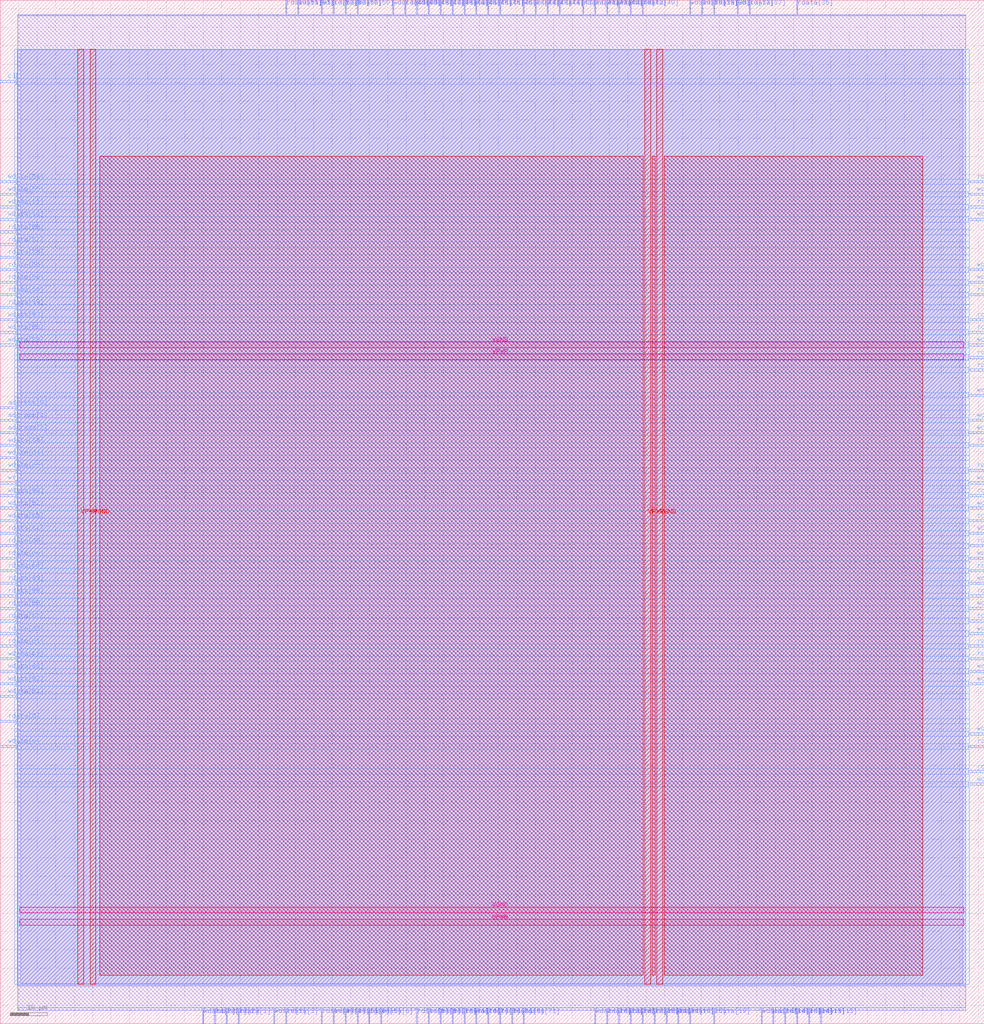
<source format=lef>
VERSION 5.7 ;
  NOWIREEXTENSIONATPIN ON ;
  DIVIDERCHAR "/" ;
  BUSBITCHARS "[]" ;
MACRO dff_ram_8x72
  CLASS BLOCK ;
  FOREIGN dff_ram_8x72 ;
  ORIGIN 0.000 0.000 ;
  SIZE 266.645 BY 277.365 ;
  PIN VGND
    DIRECTION INOUT ;
    USE GROUND ;
    PORT
      LAYER met4 ;
        RECT 24.340 10.640 25.940 264.080 ;
    END
    PORT
      LAYER met4 ;
        RECT 177.940 10.640 179.540 264.080 ;
    END
    PORT
      LAYER met5 ;
        RECT 5.280 30.030 261.060 31.630 ;
    END
    PORT
      LAYER met5 ;
        RECT 5.280 183.210 261.060 184.810 ;
    END
  END VGND
  PIN VPWR
    DIRECTION INOUT ;
    USE POWER ;
    PORT
      LAYER met4 ;
        RECT 21.040 10.640 22.640 264.080 ;
    END
    PORT
      LAYER met4 ;
        RECT 174.640 10.640 176.240 264.080 ;
    END
    PORT
      LAYER met5 ;
        RECT 5.280 26.730 261.060 28.330 ;
    END
    PORT
      LAYER met5 ;
        RECT 5.280 179.910 261.060 181.510 ;
    END
  END VPWR
  PIN address[0]
    DIRECTION INPUT ;
    USE SIGNAL ;
    ANTENNAGATEAREA 0.213000 ;
    PORT
      LAYER met3 ;
        RECT 0.000 166.640 4.000 167.240 ;
    END
  END address[0]
  PIN address[1]
    DIRECTION INPUT ;
    USE SIGNAL ;
    ANTENNAGATEAREA 0.159000 ;
    PORT
      LAYER met3 ;
        RECT 0.000 163.240 4.000 163.840 ;
    END
  END address[1]
  PIN address[2]
    DIRECTION INPUT ;
    USE SIGNAL ;
    ANTENNAGATEAREA 0.126000 ;
    PORT
      LAYER met3 ;
        RECT 0.000 159.840 4.000 160.440 ;
    END
  END address[2]
  PIN clk
    DIRECTION INPUT ;
    USE SIGNAL ;
    ANTENNAGATEAREA 0.852000 ;
    PORT
      LAYER met3 ;
        RECT 0.000 255.040 4.000 255.640 ;
    END
  END clk
  PIN rdata[0]
    DIRECTION OUTPUT TRISTATE ;
    USE SIGNAL ;
    ANTENNADIFFAREA 0.795200 ;
    PORT
      LAYER met3 ;
        RECT 0.000 81.640 4.000 82.240 ;
    END
  END rdata[0]
  PIN rdata[10]
    DIRECTION OUTPUT TRISTATE ;
    USE SIGNAL ;
    ANTENNADIFFAREA 0.795200 ;
    PORT
      LAYER met2 ;
        RECT 167.530 0.000 167.810 4.000 ;
    END
  END rdata[10]
  PIN rdata[11]
    DIRECTION OUTPUT TRISTATE ;
    USE SIGNAL ;
    ANTENNADIFFAREA 0.795200 ;
    PORT
      LAYER met2 ;
        RECT 177.190 0.000 177.470 4.000 ;
    END
  END rdata[11]
  PIN rdata[12]
    DIRECTION OUTPUT TRISTATE ;
    USE SIGNAL ;
    ANTENNADIFFAREA 0.795200 ;
    PORT
      LAYER met2 ;
        RECT 170.750 0.000 171.030 4.000 ;
    END
  END rdata[12]
  PIN rdata[13]
    DIRECTION OUTPUT TRISTATE ;
    USE SIGNAL ;
    ANTENNADIFFAREA 0.795200 ;
    PORT
      LAYER met2 ;
        RECT 219.050 0.000 219.330 4.000 ;
    END
  END rdata[13]
  PIN rdata[14]
    DIRECTION OUTPUT TRISTATE ;
    USE SIGNAL ;
    ANTENNADIFFAREA 0.795200 ;
    PORT
      LAYER met2 ;
        RECT 215.830 0.000 216.110 4.000 ;
    END
  END rdata[14]
  PIN rdata[15]
    DIRECTION OUTPUT TRISTATE ;
    USE SIGNAL ;
    ANTENNADIFFAREA 0.795200 ;
    PORT
      LAYER met2 ;
        RECT 173.970 0.000 174.250 4.000 ;
    END
  END rdata[15]
  PIN rdata[16]
    DIRECTION OUTPUT TRISTATE ;
    USE SIGNAL ;
    ANTENNADIFFAREA 0.795200 ;
    PORT
      LAYER met2 ;
        RECT 212.610 0.000 212.890 4.000 ;
    END
  END rdata[16]
  PIN rdata[17]
    DIRECTION OUTPUT TRISTATE ;
    USE SIGNAL ;
    ANTENNADIFFAREA 0.795200 ;
    PORT
      LAYER met3 ;
        RECT 262.645 74.840 266.645 75.440 ;
    END
  END rdata[17]
  PIN rdata[18]
    DIRECTION OUTPUT TRISTATE ;
    USE SIGNAL ;
    ANTENNADIFFAREA 0.795200 ;
    PORT
      LAYER met3 ;
        RECT 262.645 68.040 266.645 68.640 ;
    END
  END rdata[18]
  PIN rdata[19]
    DIRECTION OUTPUT TRISTATE ;
    USE SIGNAL ;
    ANTENNADIFFAREA 0.795200 ;
    PORT
      LAYER met2 ;
        RECT 193.290 0.000 193.570 4.000 ;
    END
  END rdata[19]
  PIN rdata[1]
    DIRECTION OUTPUT TRISTATE ;
    USE SIGNAL ;
    ANTENNADIFFAREA 0.795200 ;
    PORT
      LAYER met2 ;
        RECT 64.490 0.000 64.770 4.000 ;
    END
  END rdata[1]
  PIN rdata[20]
    DIRECTION OUTPUT TRISTATE ;
    USE SIGNAL ;
    ANTENNADIFFAREA 0.795200 ;
    PORT
      LAYER met3 ;
        RECT 262.645 102.040 266.645 102.640 ;
    END
  END rdata[20]
  PIN rdata[21]
    DIRECTION OUTPUT TRISTATE ;
    USE SIGNAL ;
    ANTENNADIFFAREA 0.445500 ;
    PORT
      LAYER met3 ;
        RECT 262.645 98.640 266.645 99.240 ;
    END
  END rdata[21]
  PIN rdata[22]
    DIRECTION OUTPUT TRISTATE ;
    USE SIGNAL ;
    ANTENNADIFFAREA 0.445500 ;
    PORT
      LAYER met3 ;
        RECT 262.645 108.840 266.645 109.440 ;
    END
  END rdata[22]
  PIN rdata[23]
    DIRECTION OUTPUT TRISTATE ;
    USE SIGNAL ;
    ANTENNADIFFAREA 0.445500 ;
    PORT
      LAYER met3 ;
        RECT 262.645 122.440 266.645 123.040 ;
    END
  END rdata[23]
  PIN rdata[24]
    DIRECTION OUTPUT TRISTATE ;
    USE SIGNAL ;
    ANTENNADIFFAREA 0.795200 ;
    PORT
      LAYER met3 ;
        RECT 262.645 115.640 266.645 116.240 ;
    END
  END rdata[24]
  PIN rdata[25]
    DIRECTION OUTPUT TRISTATE ;
    USE SIGNAL ;
    ANTENNADIFFAREA 0.795200 ;
    PORT
      LAYER met3 ;
        RECT 262.645 129.240 266.645 129.840 ;
    END
  END rdata[25]
  PIN rdata[26]
    DIRECTION OUTPUT TRISTATE ;
    USE SIGNAL ;
    ANTENNADIFFAREA 0.445500 ;
    PORT
      LAYER met3 ;
        RECT 262.645 136.040 266.645 136.640 ;
    END
  END rdata[26]
  PIN rdata[27]
    DIRECTION OUTPUT TRISTATE ;
    USE SIGNAL ;
    ANTENNADIFFAREA 0.795200 ;
    PORT
      LAYER met3 ;
        RECT 262.645 142.840 266.645 143.440 ;
    END
  END rdata[27]
  PIN rdata[28]
    DIRECTION OUTPUT TRISTATE ;
    USE SIGNAL ;
    ANTENNADIFFAREA 0.445500 ;
    PORT
      LAYER met3 ;
        RECT 262.645 149.640 266.645 150.240 ;
    END
  END rdata[28]
  PIN rdata[29]
    DIRECTION OUTPUT TRISTATE ;
    USE SIGNAL ;
    ANTENNADIFFAREA 0.445500 ;
    PORT
      LAYER met3 ;
        RECT 262.645 156.440 266.645 157.040 ;
    END
  END rdata[29]
  PIN rdata[2]
    DIRECTION OUTPUT TRISTATE ;
    USE SIGNAL ;
    ANTENNADIFFAREA 0.795200 ;
    PORT
      LAYER met2 ;
        RECT 61.270 0.000 61.550 4.000 ;
    END
  END rdata[2]
  PIN rdata[30]
    DIRECTION OUTPUT TRISTATE ;
    USE SIGNAL ;
    ANTENNADIFFAREA 0.795200 ;
    PORT
      LAYER met3 ;
        RECT 262.645 180.240 266.645 180.840 ;
    END
  END rdata[30]
  PIN rdata[31]
    DIRECTION OUTPUT TRISTATE ;
    USE SIGNAL ;
    ANTENNADIFFAREA 0.795200 ;
    PORT
      LAYER met3 ;
        RECT 262.645 190.440 266.645 191.040 ;
    END
  END rdata[31]
  PIN rdata[32]
    DIRECTION OUTPUT TRISTATE ;
    USE SIGNAL ;
    ANTENNADIFFAREA 0.445500 ;
    PORT
      LAYER met3 ;
        RECT 262.645 176.840 266.645 177.440 ;
    END
  END rdata[32]
  PIN rdata[33]
    DIRECTION OUTPUT TRISTATE ;
    USE SIGNAL ;
    ANTENNADIFFAREA 0.445500 ;
    PORT
      LAYER met3 ;
        RECT 262.645 197.240 266.645 197.840 ;
    END
  END rdata[33]
  PIN rdata[34]
    DIRECTION OUTPUT TRISTATE ;
    USE SIGNAL ;
    ANTENNADIFFAREA 0.795200 ;
    PORT
      LAYER met3 ;
        RECT 262.645 221.040 266.645 221.640 ;
    END
  END rdata[34]
  PIN rdata[35]
    DIRECTION OUTPUT TRISTATE ;
    USE SIGNAL ;
    ANTENNADIFFAREA 0.795200 ;
    PORT
      LAYER met2 ;
        RECT 215.830 273.365 216.110 277.365 ;
    END
  END rdata[35]
  PIN rdata[36]
    DIRECTION OUTPUT TRISTATE ;
    USE SIGNAL ;
    ANTENNADIFFAREA 0.445500 ;
    PORT
      LAYER met3 ;
        RECT 262.645 227.840 266.645 228.440 ;
    END
  END rdata[36]
  PIN rdata[37]
    DIRECTION OUTPUT TRISTATE ;
    USE SIGNAL ;
    ANTENNADIFFAREA 0.795200 ;
    PORT
      LAYER met2 ;
        RECT 202.950 273.365 203.230 277.365 ;
    END
  END rdata[37]
  PIN rdata[38]
    DIRECTION OUTPUT TRISTATE ;
    USE SIGNAL ;
    ANTENNADIFFAREA 0.795200 ;
    PORT
      LAYER met2 ;
        RECT 193.290 273.365 193.570 277.365 ;
    END
  END rdata[38]
  PIN rdata[39]
    DIRECTION OUTPUT TRISTATE ;
    USE SIGNAL ;
    ANTENNADIFFAREA 0.445500 ;
    PORT
      LAYER met3 ;
        RECT 262.645 187.040 266.645 187.640 ;
    END
  END rdata[39]
  PIN rdata[3]
    DIRECTION OUTPUT TRISTATE ;
    USE SIGNAL ;
    ANTENNADIFFAREA 0.795200 ;
    PORT
      LAYER met2 ;
        RECT 77.370 0.000 77.650 4.000 ;
    END
  END rdata[3]
  PIN rdata[40]
    DIRECTION OUTPUT TRISTATE ;
    USE SIGNAL ;
    ANTENNADIFFAREA 0.795200 ;
    PORT
      LAYER met2 ;
        RECT 173.970 273.365 174.250 277.365 ;
    END
  END rdata[40]
  PIN rdata[41]
    DIRECTION OUTPUT TRISTATE ;
    USE SIGNAL ;
    ANTENNADIFFAREA 0.795200 ;
    PORT
      LAYER met2 ;
        RECT 157.870 273.365 158.150 277.365 ;
    END
  END rdata[41]
  PIN rdata[42]
    DIRECTION OUTPUT TRISTATE ;
    USE SIGNAL ;
    ANTENNADIFFAREA 0.795200 ;
    PORT
      LAYER met2 ;
        RECT 170.750 273.365 171.030 277.365 ;
    END
  END rdata[42]
  PIN rdata[43]
    DIRECTION OUTPUT TRISTATE ;
    USE SIGNAL ;
    ANTENNADIFFAREA 0.795200 ;
    PORT
      LAYER met2 ;
        RECT 151.430 273.365 151.710 277.365 ;
    END
  END rdata[43]
  PIN rdata[44]
    DIRECTION OUTPUT TRISTATE ;
    USE SIGNAL ;
    ANTENNADIFFAREA 0.795200 ;
    PORT
      LAYER met2 ;
        RECT 148.210 273.365 148.490 277.365 ;
    END
  END rdata[44]
  PIN rdata[45]
    DIRECTION OUTPUT TRISTATE ;
    USE SIGNAL ;
    ANTENNADIFFAREA 0.795200 ;
    PORT
      LAYER met2 ;
        RECT 128.890 273.365 129.170 277.365 ;
    END
  END rdata[45]
  PIN rdata[46]
    DIRECTION OUTPUT TRISTATE ;
    USE SIGNAL ;
    ANTENNADIFFAREA 0.795200 ;
    PORT
      LAYER met2 ;
        RECT 135.330 273.365 135.610 277.365 ;
    END
  END rdata[46]
  PIN rdata[47]
    DIRECTION OUTPUT TRISTATE ;
    USE SIGNAL ;
    ANTENNADIFFAREA 0.795200 ;
    PORT
      LAYER met2 ;
        RECT 122.450 273.365 122.730 277.365 ;
    END
  END rdata[47]
  PIN rdata[48]
    DIRECTION OUTPUT TRISTATE ;
    USE SIGNAL ;
    ANTENNADIFFAREA 0.795200 ;
    PORT
      LAYER met2 ;
        RECT 119.230 273.365 119.510 277.365 ;
    END
  END rdata[48]
  PIN rdata[49]
    DIRECTION OUTPUT TRISTATE ;
    USE SIGNAL ;
    ANTENNADIFFAREA 0.795200 ;
    PORT
      LAYER met2 ;
        RECT 109.570 273.365 109.850 277.365 ;
    END
  END rdata[49]
  PIN rdata[4]
    DIRECTION OUTPUT TRISTATE ;
    USE SIGNAL ;
    ANTENNADIFFAREA 0.795200 ;
    PORT
      LAYER met2 ;
        RECT 87.030 0.000 87.310 4.000 ;
    END
  END rdata[4]
  PIN rdata[50]
    DIRECTION OUTPUT TRISTATE ;
    USE SIGNAL ;
    ANTENNADIFFAREA 0.795200 ;
    PORT
      LAYER met2 ;
        RECT 93.470 273.365 93.750 277.365 ;
    END
  END rdata[50]
  PIN rdata[51]
    DIRECTION OUTPUT TRISTATE ;
    USE SIGNAL ;
    ANTENNADIFFAREA 0.795200 ;
    PORT
      LAYER met2 ;
        RECT 77.370 273.365 77.650 277.365 ;
    END
  END rdata[51]
  PIN rdata[52]
    DIRECTION OUTPUT TRISTATE ;
    USE SIGNAL ;
    ANTENNADIFFAREA 0.795200 ;
    PORT
      LAYER met2 ;
        RECT 90.250 273.365 90.530 277.365 ;
    END
  END rdata[52]
  PIN rdata[53]
    DIRECTION OUTPUT TRISTATE ;
    USE SIGNAL ;
    ANTENNADIFFAREA 0.795200 ;
    PORT
      LAYER met3 ;
        RECT 0.000 193.840 4.000 194.440 ;
    END
  END rdata[53]
  PIN rdata[54]
    DIRECTION OUTPUT TRISTATE ;
    USE SIGNAL ;
    ANTENNADIFFAREA 0.795200 ;
    PORT
      LAYER met3 ;
        RECT 0.000 197.240 4.000 197.840 ;
    END
  END rdata[54]
  PIN rdata[55]
    DIRECTION OUTPUT TRISTATE ;
    USE SIGNAL ;
    ANTENNADIFFAREA 0.795200 ;
    PORT
      LAYER met3 ;
        RECT 0.000 204.040 4.000 204.640 ;
    END
  END rdata[55]
  PIN rdata[56]
    DIRECTION OUTPUT TRISTATE ;
    USE SIGNAL ;
    ANTENNADIFFAREA 0.795200 ;
    PORT
      LAYER met3 ;
        RECT 0.000 214.240 4.000 214.840 ;
    END
  END rdata[56]
  PIN rdata[57]
    DIRECTION OUTPUT TRISTATE ;
    USE SIGNAL ;
    ANTENNADIFFAREA 0.795200 ;
    PORT
      LAYER met3 ;
        RECT 0.000 210.840 4.000 211.440 ;
    END
  END rdata[57]
  PIN rdata[58]
    DIRECTION OUTPUT TRISTATE ;
    USE SIGNAL ;
    ANTENNADIFFAREA 0.795200 ;
    PORT
      LAYER met3 ;
        RECT 0.000 207.440 4.000 208.040 ;
    END
  END rdata[58]
  PIN rdata[59]
    DIRECTION OUTPUT TRISTATE ;
    USE SIGNAL ;
    ANTENNADIFFAREA 0.795200 ;
    PORT
      LAYER met3 ;
        RECT 0.000 200.640 4.000 201.240 ;
    END
  END rdata[59]
  PIN rdata[5]
    DIRECTION OUTPUT TRISTATE ;
    USE SIGNAL ;
    ANTENNADIFFAREA 0.795200 ;
    PORT
      LAYER met2 ;
        RECT 99.910 0.000 100.190 4.000 ;
    END
  END rdata[5]
  PIN rdata[60]
    DIRECTION OUTPUT TRISTATE ;
    USE SIGNAL ;
    ANTENNADIFFAREA 0.795200 ;
    PORT
      LAYER met3 ;
        RECT 0.000 125.840 4.000 126.440 ;
    END
  END rdata[60]
  PIN rdata[61]
    DIRECTION OUTPUT TRISTATE ;
    USE SIGNAL ;
    ANTENNADIFFAREA 0.795200 ;
    PORT
      LAYER met3 ;
        RECT 0.000 102.040 4.000 102.640 ;
    END
  END rdata[61]
  PIN rdata[62]
    DIRECTION OUTPUT TRISTATE ;
    USE SIGNAL ;
    ANTENNADIFFAREA 0.795200 ;
    PORT
      LAYER met3 ;
        RECT 0.000 108.840 4.000 109.440 ;
    END
  END rdata[62]
  PIN rdata[63]
    DIRECTION OUTPUT TRISTATE ;
    USE SIGNAL ;
    ANTENNADIFFAREA 0.795200 ;
    PORT
      LAYER met3 ;
        RECT 0.000 119.040 4.000 119.640 ;
    END
  END rdata[63]
  PIN rdata[64]
    DIRECTION OUTPUT TRISTATE ;
    USE SIGNAL ;
    ANTENNADIFFAREA 0.795200 ;
    PORT
      LAYER met3 ;
        RECT 0.000 122.440 4.000 123.040 ;
    END
  END rdata[64]
  PIN rdata[65]
    DIRECTION OUTPUT TRISTATE ;
    USE SIGNAL ;
    ANTENNADIFFAREA 0.795200 ;
    PORT
      LAYER met3 ;
        RECT 0.000 112.240 4.000 112.840 ;
    END
  END rdata[65]
  PIN rdata[66]
    DIRECTION OUTPUT TRISTATE ;
    USE SIGNAL ;
    ANTENNADIFFAREA 0.795200 ;
    PORT
      LAYER met3 ;
        RECT 0.000 115.640 4.000 116.240 ;
    END
  END rdata[66]
  PIN rdata[67]
    DIRECTION OUTPUT TRISTATE ;
    USE SIGNAL ;
    ANTENNADIFFAREA 0.795200 ;
    PORT
      LAYER met3 ;
        RECT 0.000 132.640 4.000 133.240 ;
    END
  END rdata[67]
  PIN rdata[68]
    DIRECTION OUTPUT TRISTATE ;
    USE SIGNAL ;
    ANTENNADIFFAREA 0.795200 ;
    PORT
      LAYER met3 ;
        RECT 0.000 105.440 4.000 106.040 ;
    END
  END rdata[68]
  PIN rdata[69]
    DIRECTION OUTPUT TRISTATE ;
    USE SIGNAL ;
    ANTENNADIFFAREA 0.795200 ;
    PORT
      LAYER met3 ;
        RECT 0.000 129.240 4.000 129.840 ;
    END
  END rdata[69]
  PIN rdata[6]
    DIRECTION OUTPUT TRISTATE ;
    USE SIGNAL ;
    ANTENNADIFFAREA 0.795200 ;
    PORT
      LAYER met2 ;
        RECT 96.690 0.000 96.970 4.000 ;
    END
  END rdata[6]
  PIN rdata[70]
    DIRECTION OUTPUT TRISTATE ;
    USE SIGNAL ;
    ANTENNADIFFAREA 0.795200 ;
    PORT
      LAYER met2 ;
        RECT 125.670 0.000 125.950 4.000 ;
    END
  END rdata[70]
  PIN rdata[71]
    DIRECTION OUTPUT TRISTATE ;
    USE SIGNAL ;
    ANTENNADIFFAREA 0.795200 ;
    PORT
      LAYER met2 ;
        RECT 141.770 0.000 142.050 4.000 ;
    END
  END rdata[71]
  PIN rdata[7]
    DIRECTION OUTPUT TRISTATE ;
    USE SIGNAL ;
    ANTENNADIFFAREA 0.795200 ;
    PORT
      LAYER met2 ;
        RECT 132.110 0.000 132.390 4.000 ;
    END
  END rdata[7]
  PIN rdata[8]
    DIRECTION OUTPUT TRISTATE ;
    USE SIGNAL ;
    ANTENNADIFFAREA 0.795200 ;
    PORT
      LAYER met2 ;
        RECT 112.790 0.000 113.070 4.000 ;
    END
  END rdata[8]
  PIN rdata[9]
    DIRECTION OUTPUT TRISTATE ;
    USE SIGNAL ;
    ANTENNADIFFAREA 0.795200 ;
    PORT
      LAYER met2 ;
        RECT 135.330 0.000 135.610 4.000 ;
    END
  END rdata[9]
  PIN wdata[0]
    DIRECTION INPUT ;
    USE SIGNAL ;
    ANTENNAGATEAREA 0.196500 ;
    PORT
      LAYER met3 ;
        RECT 0.000 74.840 4.000 75.440 ;
    END
  END wdata[0]
  PIN wdata[10]
    DIRECTION INPUT ;
    USE SIGNAL ;
    ANTENNAGATEAREA 0.196500 ;
    PORT
      LAYER met2 ;
        RECT 161.090 0.000 161.370 4.000 ;
    END
  END wdata[10]
  PIN wdata[11]
    DIRECTION INPUT ;
    USE SIGNAL ;
    ANTENNAGATEAREA 0.196500 ;
    PORT
      LAYER met2 ;
        RECT 180.410 0.000 180.690 4.000 ;
    END
  END wdata[11]
  PIN wdata[12]
    DIRECTION INPUT ;
    USE SIGNAL ;
    ANTENNAGATEAREA 0.196500 ;
    PORT
      LAYER met2 ;
        RECT 164.310 0.000 164.590 4.000 ;
    END
  END wdata[12]
  PIN wdata[13]
    DIRECTION INPUT ;
    USE SIGNAL ;
    ANTENNAGATEAREA 0.196500 ;
    PORT
      LAYER met2 ;
        RECT 222.270 0.000 222.550 4.000 ;
    END
  END wdata[13]
  PIN wdata[14]
    DIRECTION INPUT ;
    USE SIGNAL ;
    ANTENNAGATEAREA 0.196500 ;
    PORT
      LAYER met2 ;
        RECT 209.390 0.000 209.670 4.000 ;
    END
  END wdata[14]
  PIN wdata[15]
    DIRECTION INPUT ;
    USE SIGNAL ;
    ANTENNAGATEAREA 0.196500 ;
    PORT
      LAYER met2 ;
        RECT 186.850 0.000 187.130 4.000 ;
    END
  END wdata[15]
  PIN wdata[16]
    DIRECTION INPUT ;
    USE SIGNAL ;
    ANTENNAGATEAREA 0.196500 ;
    PORT
      LAYER met2 ;
        RECT 206.170 0.000 206.450 4.000 ;
    END
  END wdata[16]
  PIN wdata[17]
    DIRECTION INPUT ;
    USE SIGNAL ;
    ANTENNAGATEAREA 0.196500 ;
    PORT
      LAYER met3 ;
        RECT 262.645 78.240 266.645 78.840 ;
    END
  END wdata[17]
  PIN wdata[18]
    DIRECTION INPUT ;
    USE SIGNAL ;
    ANTENNAGATEAREA 0.196500 ;
    PORT
      LAYER met3 ;
        RECT 262.645 64.640 266.645 65.240 ;
    END
  END wdata[18]
  PIN wdata[19]
    DIRECTION INPUT ;
    USE SIGNAL ;
    ANTENNAGATEAREA 0.196500 ;
    PORT
      LAYER met2 ;
        RECT 183.630 0.000 183.910 4.000 ;
    END
  END wdata[19]
  PIN wdata[1]
    DIRECTION INPUT ;
    USE SIGNAL ;
    ANTENNAGATEAREA 0.196500 ;
    PORT
      LAYER met2 ;
        RECT 58.050 0.000 58.330 4.000 ;
    END
  END wdata[1]
  PIN wdata[20]
    DIRECTION INPUT ;
    USE SIGNAL ;
    ANTENNAGATEAREA 0.196500 ;
    PORT
      LAYER met3 ;
        RECT 262.645 91.840 266.645 92.440 ;
    END
  END wdata[20]
  PIN wdata[21]
    DIRECTION INPUT ;
    USE SIGNAL ;
    ANTENNAGATEAREA 0.196500 ;
    PORT
      LAYER met3 ;
        RECT 262.645 95.240 266.645 95.840 ;
    END
  END wdata[21]
  PIN wdata[22]
    DIRECTION INPUT ;
    USE SIGNAL ;
    ANTENNAGATEAREA 0.196500 ;
    PORT
      LAYER met3 ;
        RECT 262.645 105.440 266.645 106.040 ;
    END
  END wdata[22]
  PIN wdata[23]
    DIRECTION INPUT ;
    USE SIGNAL ;
    ANTENNAGATEAREA 0.196500 ;
    PORT
      LAYER met3 ;
        RECT 262.645 119.040 266.645 119.640 ;
    END
  END wdata[23]
  PIN wdata[24]
    DIRECTION INPUT ;
    USE SIGNAL ;
    ANTENNAGATEAREA 0.196500 ;
    PORT
      LAYER met3 ;
        RECT 262.645 112.240 266.645 112.840 ;
    END
  END wdata[24]
  PIN wdata[25]
    DIRECTION INPUT ;
    USE SIGNAL ;
    ANTENNAGATEAREA 0.196500 ;
    PORT
      LAYER met3 ;
        RECT 262.645 125.840 266.645 126.440 ;
    END
  END wdata[25]
  PIN wdata[26]
    DIRECTION INPUT ;
    USE SIGNAL ;
    ANTENNAGATEAREA 0.196500 ;
    PORT
      LAYER met3 ;
        RECT 262.645 132.640 266.645 133.240 ;
    END
  END wdata[26]
  PIN wdata[27]
    DIRECTION INPUT ;
    USE SIGNAL ;
    ANTENNAGATEAREA 0.196500 ;
    PORT
      LAYER met3 ;
        RECT 262.645 139.440 266.645 140.040 ;
    END
  END wdata[27]
  PIN wdata[28]
    DIRECTION INPUT ;
    USE SIGNAL ;
    ANTENNAGATEAREA 0.196500 ;
    PORT
      LAYER met3 ;
        RECT 262.645 146.240 266.645 146.840 ;
    END
  END wdata[28]
  PIN wdata[29]
    DIRECTION INPUT ;
    USE SIGNAL ;
    ANTENNAGATEAREA 0.196500 ;
    PORT
      LAYER met3 ;
        RECT 262.645 159.840 266.645 160.440 ;
    END
  END wdata[29]
  PIN wdata[2]
    DIRECTION INPUT ;
    USE SIGNAL ;
    ANTENNAGATEAREA 0.196500 ;
    PORT
      LAYER met2 ;
        RECT 54.830 0.000 55.110 4.000 ;
    END
  END wdata[2]
  PIN wdata[30]
    DIRECTION INPUT ;
    USE SIGNAL ;
    ANTENNAGATEAREA 0.196500 ;
    PORT
      LAYER met3 ;
        RECT 262.645 163.240 266.645 163.840 ;
    END
  END wdata[30]
  PIN wdata[31]
    DIRECTION INPUT ;
    USE SIGNAL ;
    ANTENNAGATEAREA 0.196500 ;
    PORT
      LAYER met3 ;
        RECT 262.645 183.640 266.645 184.240 ;
    END
  END wdata[31]
  PIN wdata[32]
    DIRECTION INPUT ;
    USE SIGNAL ;
    ANTENNAGATEAREA 0.196500 ;
    PORT
      LAYER met3 ;
        RECT 262.645 170.040 266.645 170.640 ;
    END
  END wdata[32]
  PIN wdata[33]
    DIRECTION INPUT ;
    USE SIGNAL ;
    ANTENNAGATEAREA 0.196500 ;
    PORT
      LAYER met3 ;
        RECT 262.645 200.640 266.645 201.240 ;
    END
  END wdata[33]
  PIN wdata[34]
    DIRECTION INPUT ;
    USE SIGNAL ;
    ANTENNAGATEAREA 0.196500 ;
    PORT
      LAYER met3 ;
        RECT 262.645 217.640 266.645 218.240 ;
    END
  END wdata[34]
  PIN wdata[35]
    DIRECTION INPUT ;
    USE SIGNAL ;
    ANTENNAGATEAREA 0.196500 ;
    PORT
      LAYER met3 ;
        RECT 262.645 204.040 266.645 204.640 ;
    END
  END wdata[35]
  PIN wdata[36]
    DIRECTION INPUT ;
    USE SIGNAL ;
    ANTENNAGATEAREA 0.196500 ;
    PORT
      LAYER met3 ;
        RECT 262.645 224.440 266.645 225.040 ;
    END
  END wdata[36]
  PIN wdata[37]
    DIRECTION INPUT ;
    USE SIGNAL ;
    ANTENNAGATEAREA 0.196500 ;
    PORT
      LAYER met2 ;
        RECT 199.730 273.365 200.010 277.365 ;
    END
  END wdata[37]
  PIN wdata[38]
    DIRECTION INPUT ;
    USE SIGNAL ;
    ANTENNAGATEAREA 0.196500 ;
    PORT
      LAYER met2 ;
        RECT 190.070 273.365 190.350 277.365 ;
    END
  END wdata[38]
  PIN wdata[39]
    DIRECTION INPUT ;
    USE SIGNAL ;
    ANTENNAGATEAREA 0.196500 ;
    PORT
      LAYER met2 ;
        RECT 186.850 273.365 187.130 277.365 ;
    END
  END wdata[39]
  PIN wdata[3]
    DIRECTION INPUT ;
    USE SIGNAL ;
    ANTENNAGATEAREA 0.196500 ;
    PORT
      LAYER met2 ;
        RECT 74.150 0.000 74.430 4.000 ;
    END
  END wdata[3]
  PIN wdata[40]
    DIRECTION INPUT ;
    USE SIGNAL ;
    ANTENNAGATEAREA 0.196500 ;
    PORT
      LAYER met2 ;
        RECT 167.530 273.365 167.810 277.365 ;
    END
  END wdata[40]
  PIN wdata[41]
    DIRECTION INPUT ;
    USE SIGNAL ;
    ANTENNAGATEAREA 0.196500 ;
    PORT
      LAYER met2 ;
        RECT 161.090 273.365 161.370 277.365 ;
    END
  END wdata[41]
  PIN wdata[42]
    DIRECTION INPUT ;
    USE SIGNAL ;
    ANTENNAGATEAREA 0.196500 ;
    PORT
      LAYER met2 ;
        RECT 164.310 273.365 164.590 277.365 ;
    END
  END wdata[42]
  PIN wdata[43]
    DIRECTION INPUT ;
    USE SIGNAL ;
    ANTENNAGATEAREA 0.196500 ;
    PORT
      LAYER met2 ;
        RECT 144.990 273.365 145.270 277.365 ;
    END
  END wdata[43]
  PIN wdata[44]
    DIRECTION INPUT ;
    USE SIGNAL ;
    ANTENNAGATEAREA 0.196500 ;
    PORT
      LAYER met2 ;
        RECT 141.770 273.365 142.050 277.365 ;
    END
  END wdata[44]
  PIN wdata[45]
    DIRECTION INPUT ;
    USE SIGNAL ;
    ANTENNAGATEAREA 0.196500 ;
    PORT
      LAYER met2 ;
        RECT 125.670 273.365 125.950 277.365 ;
    END
  END wdata[45]
  PIN wdata[46]
    DIRECTION INPUT ;
    USE SIGNAL ;
    ANTENNAGATEAREA 0.196500 ;
    PORT
      LAYER met2 ;
        RECT 132.110 273.365 132.390 277.365 ;
    END
  END wdata[46]
  PIN wdata[47]
    DIRECTION INPUT ;
    USE SIGNAL ;
    ANTENNAGATEAREA 0.196500 ;
    PORT
      LAYER met2 ;
        RECT 116.010 273.365 116.290 277.365 ;
    END
  END wdata[47]
  PIN wdata[48]
    DIRECTION INPUT ;
    USE SIGNAL ;
    ANTENNAGATEAREA 0.196500 ;
    PORT
      LAYER met2 ;
        RECT 112.790 273.365 113.070 277.365 ;
    END
  END wdata[48]
  PIN wdata[49]
    DIRECTION INPUT ;
    USE SIGNAL ;
    ANTENNAGATEAREA 0.196500 ;
    PORT
      LAYER met2 ;
        RECT 106.350 273.365 106.630 277.365 ;
    END
  END wdata[49]
  PIN wdata[4]
    DIRECTION INPUT ;
    USE SIGNAL ;
    ANTENNAGATEAREA 0.196500 ;
    PORT
      LAYER met2 ;
        RECT 90.250 0.000 90.530 4.000 ;
    END
  END wdata[4]
  PIN wdata[50]
    DIRECTION INPUT ;
    USE SIGNAL ;
    ANTENNAGATEAREA 0.196500 ;
    PORT
      LAYER met2 ;
        RECT 96.690 273.365 96.970 277.365 ;
    END
  END wdata[50]
  PIN wdata[51]
    DIRECTION INPUT ;
    USE SIGNAL ;
    ANTENNAGATEAREA 0.196500 ;
    PORT
      LAYER met2 ;
        RECT 80.590 273.365 80.870 277.365 ;
    END
  END wdata[51]
  PIN wdata[52]
    DIRECTION INPUT ;
    USE SIGNAL ;
    ANTENNAGATEAREA 0.196500 ;
    PORT
      LAYER met2 ;
        RECT 87.030 273.365 87.310 277.365 ;
    END
  END wdata[52]
  PIN wdata[53]
    DIRECTION INPUT ;
    USE SIGNAL ;
    ANTENNAGATEAREA 0.196500 ;
    PORT
      LAYER met3 ;
        RECT 0.000 190.440 4.000 191.040 ;
    END
  END wdata[53]
  PIN wdata[54]
    DIRECTION INPUT ;
    USE SIGNAL ;
    ANTENNAGATEAREA 0.196500 ;
    PORT
      LAYER met3 ;
        RECT 0.000 227.840 4.000 228.440 ;
    END
  END wdata[54]
  PIN wdata[55]
    DIRECTION INPUT ;
    USE SIGNAL ;
    ANTENNAGATEAREA 0.196500 ;
    PORT
      LAYER met3 ;
        RECT 0.000 224.440 4.000 225.040 ;
    END
  END wdata[55]
  PIN wdata[56]
    DIRECTION INPUT ;
    USE SIGNAL ;
    ANTENNAGATEAREA 0.196500 ;
    PORT
      LAYER met3 ;
        RECT 0.000 217.640 4.000 218.240 ;
    END
  END wdata[56]
  PIN wdata[57]
    DIRECTION INPUT ;
    USE SIGNAL ;
    ANTENNAGATEAREA 0.196500 ;
    PORT
      LAYER met3 ;
        RECT 0.000 221.040 4.000 221.640 ;
    END
  END wdata[57]
  PIN wdata[58]
    DIRECTION INPUT ;
    USE SIGNAL ;
    ANTENNAGATEAREA 0.196500 ;
    PORT
      LAYER met3 ;
        RECT 0.000 187.040 4.000 187.640 ;
    END
  END wdata[58]
  PIN wdata[59]
    DIRECTION INPUT ;
    USE SIGNAL ;
    ANTENNAGATEAREA 0.196500 ;
    PORT
      LAYER met3 ;
        RECT 0.000 183.640 4.000 184.240 ;
    END
  END wdata[59]
  PIN wdata[5]
    DIRECTION INPUT ;
    USE SIGNAL ;
    ANTENNAGATEAREA 0.196500 ;
    PORT
      LAYER met2 ;
        RECT 93.470 0.000 93.750 4.000 ;
    END
  END wdata[5]
  PIN wdata[60]
    DIRECTION INPUT ;
    USE SIGNAL ;
    ANTENNAGATEAREA 0.196500 ;
    PORT
      LAYER met3 ;
        RECT 0.000 142.840 4.000 143.440 ;
    END
  END wdata[60]
  PIN wdata[61]
    DIRECTION INPUT ;
    USE SIGNAL ;
    ANTENNAGATEAREA 0.196500 ;
    PORT
      LAYER met3 ;
        RECT 0.000 88.440 4.000 89.040 ;
    END
  END wdata[61]
  PIN wdata[62]
    DIRECTION INPUT ;
    USE SIGNAL ;
    ANTENNAGATEAREA 0.196500 ;
    PORT
      LAYER met3 ;
        RECT 0.000 139.440 4.000 140.040 ;
    END
  END wdata[62]
  PIN wdata[63]
    DIRECTION INPUT ;
    USE SIGNAL ;
    ANTENNAGATEAREA 0.196500 ;
    PORT
      LAYER met3 ;
        RECT 0.000 91.840 4.000 92.440 ;
    END
  END wdata[63]
  PIN wdata[64]
    DIRECTION INPUT ;
    USE SIGNAL ;
    ANTENNAGATEAREA 0.196500 ;
    PORT
      LAYER met3 ;
        RECT 0.000 153.040 4.000 153.640 ;
    END
  END wdata[64]
  PIN wdata[65]
    DIRECTION INPUT ;
    USE SIGNAL ;
    ANTENNAGATEAREA 0.196500 ;
    PORT
      LAYER met3 ;
        RECT 0.000 149.640 4.000 150.240 ;
    END
  END wdata[65]
  PIN wdata[66]
    DIRECTION INPUT ;
    USE SIGNAL ;
    ANTENNAGATEAREA 0.196500 ;
    PORT
      LAYER met3 ;
        RECT 0.000 95.240 4.000 95.840 ;
    END
  END wdata[66]
  PIN wdata[67]
    DIRECTION INPUT ;
    USE SIGNAL ;
    ANTENNAGATEAREA 0.196500 ;
    PORT
      LAYER met3 ;
        RECT 0.000 98.640 4.000 99.240 ;
    END
  END wdata[67]
  PIN wdata[68]
    DIRECTION INPUT ;
    USE SIGNAL ;
    ANTENNAGATEAREA 0.126000 ;
    PORT
      LAYER met3 ;
        RECT 0.000 156.440 4.000 157.040 ;
    END
  END wdata[68]
  PIN wdata[69]
    DIRECTION INPUT ;
    USE SIGNAL ;
    ANTENNAGATEAREA 0.196500 ;
    PORT
      LAYER met3 ;
        RECT 0.000 136.040 4.000 136.640 ;
    END
  END wdata[69]
  PIN wdata[6]
    DIRECTION INPUT ;
    USE SIGNAL ;
    ANTENNAGATEAREA 0.196500 ;
    PORT
      LAYER met2 ;
        RECT 103.130 0.000 103.410 4.000 ;
    END
  END wdata[6]
  PIN wdata[70]
    DIRECTION INPUT ;
    USE SIGNAL ;
    ANTENNAGATEAREA 0.196500 ;
    PORT
      LAYER met2 ;
        RECT 119.230 0.000 119.510 4.000 ;
    END
  END wdata[70]
  PIN wdata[71]
    DIRECTION INPUT ;
    USE SIGNAL ;
    ANTENNAGATEAREA 0.196500 ;
    PORT
      LAYER met2 ;
        RECT 122.450 0.000 122.730 4.000 ;
    END
  END wdata[71]
  PIN wdata[7]
    DIRECTION INPUT ;
    USE SIGNAL ;
    ANTENNAGATEAREA 0.196500 ;
    PORT
      LAYER met2 ;
        RECT 128.890 0.000 129.170 4.000 ;
    END
  END wdata[7]
  PIN wdata[8]
    DIRECTION INPUT ;
    USE SIGNAL ;
    ANTENNAGATEAREA 0.196500 ;
    PORT
      LAYER met2 ;
        RECT 116.010 0.000 116.290 4.000 ;
    END
  END wdata[8]
  PIN wdata[9]
    DIRECTION INPUT ;
    USE SIGNAL ;
    ANTENNAGATEAREA 0.196500 ;
    PORT
      LAYER met2 ;
        RECT 138.550 0.000 138.830 4.000 ;
    END
  END wdata[9]
  PIN wr
    DIRECTION INPUT ;
    USE SIGNAL ;
    ANTENNAGATEAREA 0.126000 ;
    PORT
      LAYER met3 ;
        RECT 0.000 146.240 4.000 146.840 ;
    END
  END wr
  OBS
      LAYER li1 ;
        RECT 5.520 10.795 260.820 263.925 ;
      LAYER met1 ;
        RECT 4.670 10.240 261.670 264.080 ;
      LAYER met2 ;
        RECT 4.690 273.085 77.090 273.365 ;
        RECT 77.930 273.085 80.310 273.365 ;
        RECT 81.150 273.085 86.750 273.365 ;
        RECT 87.590 273.085 89.970 273.365 ;
        RECT 90.810 273.085 93.190 273.365 ;
        RECT 94.030 273.085 96.410 273.365 ;
        RECT 97.250 273.085 106.070 273.365 ;
        RECT 106.910 273.085 109.290 273.365 ;
        RECT 110.130 273.085 112.510 273.365 ;
        RECT 113.350 273.085 115.730 273.365 ;
        RECT 116.570 273.085 118.950 273.365 ;
        RECT 119.790 273.085 122.170 273.365 ;
        RECT 123.010 273.085 125.390 273.365 ;
        RECT 126.230 273.085 128.610 273.365 ;
        RECT 129.450 273.085 131.830 273.365 ;
        RECT 132.670 273.085 135.050 273.365 ;
        RECT 135.890 273.085 141.490 273.365 ;
        RECT 142.330 273.085 144.710 273.365 ;
        RECT 145.550 273.085 147.930 273.365 ;
        RECT 148.770 273.085 151.150 273.365 ;
        RECT 151.990 273.085 157.590 273.365 ;
        RECT 158.430 273.085 160.810 273.365 ;
        RECT 161.650 273.085 164.030 273.365 ;
        RECT 164.870 273.085 167.250 273.365 ;
        RECT 168.090 273.085 170.470 273.365 ;
        RECT 171.310 273.085 173.690 273.365 ;
        RECT 174.530 273.085 186.570 273.365 ;
        RECT 187.410 273.085 189.790 273.365 ;
        RECT 190.630 273.085 193.010 273.365 ;
        RECT 193.850 273.085 199.450 273.365 ;
        RECT 200.290 273.085 202.670 273.365 ;
        RECT 203.510 273.085 215.550 273.365 ;
        RECT 216.390 273.085 261.650 273.365 ;
        RECT 4.690 4.280 261.650 273.085 ;
        RECT 4.690 3.670 54.550 4.280 ;
        RECT 55.390 3.670 57.770 4.280 ;
        RECT 58.610 3.670 60.990 4.280 ;
        RECT 61.830 3.670 64.210 4.280 ;
        RECT 65.050 3.670 73.870 4.280 ;
        RECT 74.710 3.670 77.090 4.280 ;
        RECT 77.930 3.670 86.750 4.280 ;
        RECT 87.590 3.670 89.970 4.280 ;
        RECT 90.810 3.670 93.190 4.280 ;
        RECT 94.030 3.670 96.410 4.280 ;
        RECT 97.250 3.670 99.630 4.280 ;
        RECT 100.470 3.670 102.850 4.280 ;
        RECT 103.690 3.670 112.510 4.280 ;
        RECT 113.350 3.670 115.730 4.280 ;
        RECT 116.570 3.670 118.950 4.280 ;
        RECT 119.790 3.670 122.170 4.280 ;
        RECT 123.010 3.670 125.390 4.280 ;
        RECT 126.230 3.670 128.610 4.280 ;
        RECT 129.450 3.670 131.830 4.280 ;
        RECT 132.670 3.670 135.050 4.280 ;
        RECT 135.890 3.670 138.270 4.280 ;
        RECT 139.110 3.670 141.490 4.280 ;
        RECT 142.330 3.670 160.810 4.280 ;
        RECT 161.650 3.670 164.030 4.280 ;
        RECT 164.870 3.670 167.250 4.280 ;
        RECT 168.090 3.670 170.470 4.280 ;
        RECT 171.310 3.670 173.690 4.280 ;
        RECT 174.530 3.670 176.910 4.280 ;
        RECT 177.750 3.670 180.130 4.280 ;
        RECT 180.970 3.670 183.350 4.280 ;
        RECT 184.190 3.670 186.570 4.280 ;
        RECT 187.410 3.670 193.010 4.280 ;
        RECT 193.850 3.670 205.890 4.280 ;
        RECT 206.730 3.670 209.110 4.280 ;
        RECT 209.950 3.670 212.330 4.280 ;
        RECT 213.170 3.670 215.550 4.280 ;
        RECT 216.390 3.670 218.770 4.280 ;
        RECT 219.610 3.670 221.990 4.280 ;
        RECT 222.830 3.670 261.650 4.280 ;
      LAYER met3 ;
        RECT 3.990 256.040 262.645 264.005 ;
        RECT 4.400 254.640 262.645 256.040 ;
        RECT 3.990 228.840 262.645 254.640 ;
        RECT 4.400 227.440 262.245 228.840 ;
        RECT 3.990 225.440 262.645 227.440 ;
        RECT 4.400 224.040 262.245 225.440 ;
        RECT 3.990 222.040 262.645 224.040 ;
        RECT 4.400 220.640 262.245 222.040 ;
        RECT 3.990 218.640 262.645 220.640 ;
        RECT 4.400 217.240 262.245 218.640 ;
        RECT 3.990 215.240 262.645 217.240 ;
        RECT 4.400 213.840 262.645 215.240 ;
        RECT 3.990 211.840 262.645 213.840 ;
        RECT 4.400 210.440 262.645 211.840 ;
        RECT 3.990 208.440 262.645 210.440 ;
        RECT 4.400 207.040 262.645 208.440 ;
        RECT 3.990 205.040 262.645 207.040 ;
        RECT 4.400 203.640 262.245 205.040 ;
        RECT 3.990 201.640 262.645 203.640 ;
        RECT 4.400 200.240 262.245 201.640 ;
        RECT 3.990 198.240 262.645 200.240 ;
        RECT 4.400 196.840 262.245 198.240 ;
        RECT 3.990 194.840 262.645 196.840 ;
        RECT 4.400 193.440 262.645 194.840 ;
        RECT 3.990 191.440 262.645 193.440 ;
        RECT 4.400 190.040 262.245 191.440 ;
        RECT 3.990 188.040 262.645 190.040 ;
        RECT 4.400 186.640 262.245 188.040 ;
        RECT 3.990 184.640 262.645 186.640 ;
        RECT 4.400 183.240 262.245 184.640 ;
        RECT 3.990 181.240 262.645 183.240 ;
        RECT 3.990 179.840 262.245 181.240 ;
        RECT 3.990 177.840 262.645 179.840 ;
        RECT 3.990 176.440 262.245 177.840 ;
        RECT 3.990 171.040 262.645 176.440 ;
        RECT 3.990 169.640 262.245 171.040 ;
        RECT 3.990 167.640 262.645 169.640 ;
        RECT 4.400 166.240 262.645 167.640 ;
        RECT 3.990 164.240 262.645 166.240 ;
        RECT 4.400 162.840 262.245 164.240 ;
        RECT 3.990 160.840 262.645 162.840 ;
        RECT 4.400 159.440 262.245 160.840 ;
        RECT 3.990 157.440 262.645 159.440 ;
        RECT 4.400 156.040 262.245 157.440 ;
        RECT 3.990 154.040 262.645 156.040 ;
        RECT 4.400 152.640 262.645 154.040 ;
        RECT 3.990 150.640 262.645 152.640 ;
        RECT 4.400 149.240 262.245 150.640 ;
        RECT 3.990 147.240 262.645 149.240 ;
        RECT 4.400 145.840 262.245 147.240 ;
        RECT 3.990 143.840 262.645 145.840 ;
        RECT 4.400 142.440 262.245 143.840 ;
        RECT 3.990 140.440 262.645 142.440 ;
        RECT 4.400 139.040 262.245 140.440 ;
        RECT 3.990 137.040 262.645 139.040 ;
        RECT 4.400 135.640 262.245 137.040 ;
        RECT 3.990 133.640 262.645 135.640 ;
        RECT 4.400 132.240 262.245 133.640 ;
        RECT 3.990 130.240 262.645 132.240 ;
        RECT 4.400 128.840 262.245 130.240 ;
        RECT 3.990 126.840 262.645 128.840 ;
        RECT 4.400 125.440 262.245 126.840 ;
        RECT 3.990 123.440 262.645 125.440 ;
        RECT 4.400 122.040 262.245 123.440 ;
        RECT 3.990 120.040 262.645 122.040 ;
        RECT 4.400 118.640 262.245 120.040 ;
        RECT 3.990 116.640 262.645 118.640 ;
        RECT 4.400 115.240 262.245 116.640 ;
        RECT 3.990 113.240 262.645 115.240 ;
        RECT 4.400 111.840 262.245 113.240 ;
        RECT 3.990 109.840 262.645 111.840 ;
        RECT 4.400 108.440 262.245 109.840 ;
        RECT 3.990 106.440 262.645 108.440 ;
        RECT 4.400 105.040 262.245 106.440 ;
        RECT 3.990 103.040 262.645 105.040 ;
        RECT 4.400 101.640 262.245 103.040 ;
        RECT 3.990 99.640 262.645 101.640 ;
        RECT 4.400 98.240 262.245 99.640 ;
        RECT 3.990 96.240 262.645 98.240 ;
        RECT 4.400 94.840 262.245 96.240 ;
        RECT 3.990 92.840 262.645 94.840 ;
        RECT 4.400 91.440 262.245 92.840 ;
        RECT 3.990 89.440 262.645 91.440 ;
        RECT 4.400 88.040 262.645 89.440 ;
        RECT 3.990 82.640 262.645 88.040 ;
        RECT 4.400 81.240 262.645 82.640 ;
        RECT 3.990 79.240 262.645 81.240 ;
        RECT 3.990 77.840 262.245 79.240 ;
        RECT 3.990 75.840 262.645 77.840 ;
        RECT 4.400 74.440 262.245 75.840 ;
        RECT 3.990 69.040 262.645 74.440 ;
        RECT 3.990 67.640 262.245 69.040 ;
        RECT 3.990 65.640 262.645 67.640 ;
        RECT 3.990 64.240 262.245 65.640 ;
        RECT 3.990 10.715 262.645 64.240 ;
      LAYER met4 ;
        RECT 26.975 13.095 174.240 235.105 ;
        RECT 176.640 13.095 177.540 235.105 ;
        RECT 179.940 13.095 249.945 235.105 ;
  END
END dff_ram_8x72
END LIBRARY


</source>
